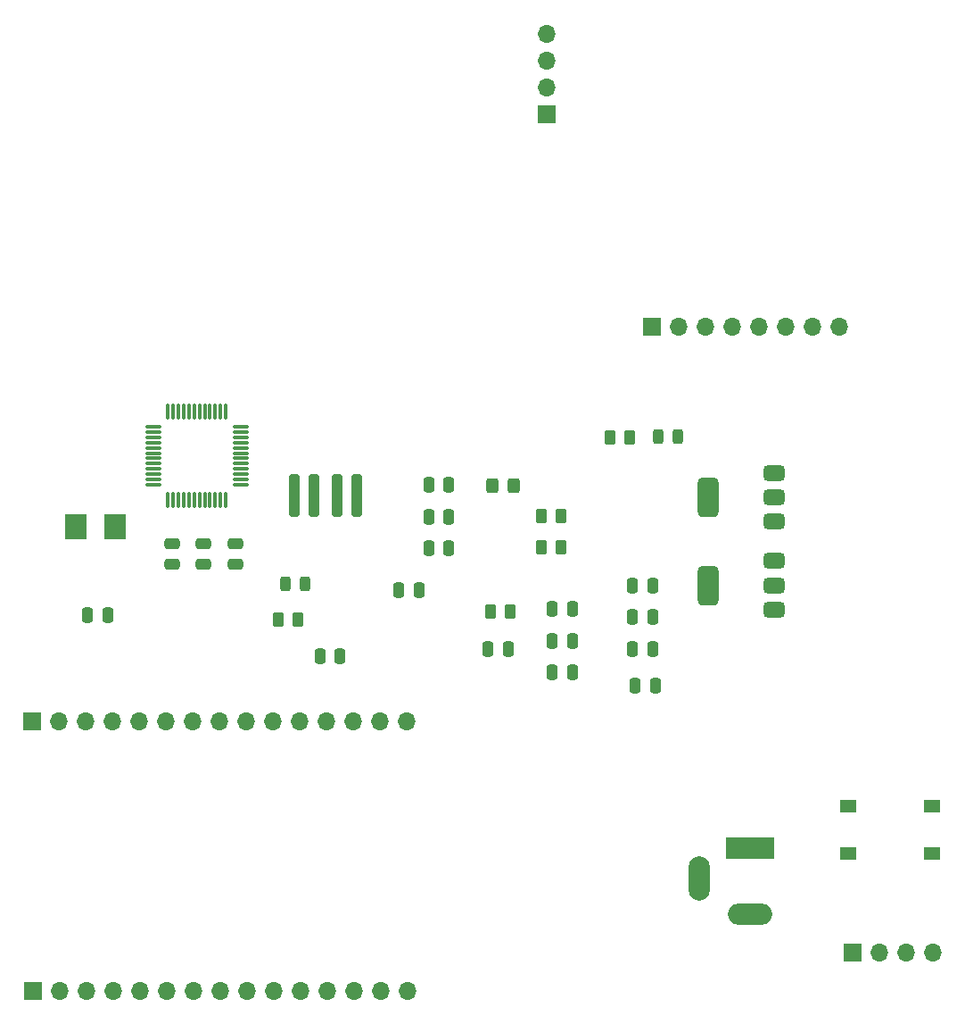
<source format=gbr>
%TF.GenerationSoftware,KiCad,Pcbnew,8.0.1*%
%TF.CreationDate,2024-04-21T10:41:17+07:00*%
%TF.ProjectId,RIFD_Final,52494644-5f46-4696-9e61-6c2e6b696361,rev?*%
%TF.SameCoordinates,Original*%
%TF.FileFunction,Soldermask,Bot*%
%TF.FilePolarity,Negative*%
%FSLAX46Y46*%
G04 Gerber Fmt 4.6, Leading zero omitted, Abs format (unit mm)*
G04 Created by KiCad (PCBNEW 8.0.1) date 2024-04-21 10:41:17*
%MOMM*%
%LPD*%
G01*
G04 APERTURE LIST*
G04 Aperture macros list*
%AMRoundRect*
0 Rectangle with rounded corners*
0 $1 Rounding radius*
0 $2 $3 $4 $5 $6 $7 $8 $9 X,Y pos of 4 corners*
0 Add a 4 corners polygon primitive as box body*
4,1,4,$2,$3,$4,$5,$6,$7,$8,$9,$2,$3,0*
0 Add four circle primitives for the rounded corners*
1,1,$1+$1,$2,$3*
1,1,$1+$1,$4,$5*
1,1,$1+$1,$6,$7*
1,1,$1+$1,$8,$9*
0 Add four rect primitives between the rounded corners*
20,1,$1+$1,$2,$3,$4,$5,0*
20,1,$1+$1,$4,$5,$6,$7,0*
20,1,$1+$1,$6,$7,$8,$9,0*
20,1,$1+$1,$8,$9,$2,$3,0*%
G04 Aperture macros list end*
%ADD10R,1.700000X1.700000*%
%ADD11O,1.700000X1.700000*%
%ADD12RoundRect,0.250000X0.250000X0.475000X-0.250000X0.475000X-0.250000X-0.475000X0.250000X-0.475000X0*%
%ADD13RoundRect,0.075000X0.075000X-0.662500X0.075000X0.662500X-0.075000X0.662500X-0.075000X-0.662500X0*%
%ADD14RoundRect,0.075000X0.662500X-0.075000X0.662500X0.075000X-0.662500X0.075000X-0.662500X-0.075000X0*%
%ADD15RoundRect,0.243750X0.243750X0.456250X-0.243750X0.456250X-0.243750X-0.456250X0.243750X-0.456250X0*%
%ADD16RoundRect,0.375000X0.625000X0.375000X-0.625000X0.375000X-0.625000X-0.375000X0.625000X-0.375000X0*%
%ADD17RoundRect,0.500000X0.500000X1.400000X-0.500000X1.400000X-0.500000X-1.400000X0.500000X-1.400000X0*%
%ADD18RoundRect,0.250000X0.262500X0.450000X-0.262500X0.450000X-0.262500X-0.450000X0.262500X-0.450000X0*%
%ADD19R,4.600000X2.000000*%
%ADD20O,4.200000X2.000000*%
%ADD21O,2.000000X4.200000*%
%ADD22R,2.000000X2.400000*%
%ADD23R,1.550000X1.300000*%
%ADD24RoundRect,0.250000X0.475000X-0.250000X0.475000X0.250000X-0.475000X0.250000X-0.475000X-0.250000X0*%
%ADD25RoundRect,0.250000X0.262500X1.775000X-0.262500X1.775000X-0.262500X-1.775000X0.262500X-1.775000X0*%
%ADD26RoundRect,0.250000X0.325000X0.450000X-0.325000X0.450000X-0.325000X-0.450000X0.325000X-0.450000X0*%
G04 APERTURE END LIST*
D10*
%TO.C,J1*%
X124600000Y-42350000D03*
D11*
X124600000Y-39810000D03*
X124600000Y-37270000D03*
X124600000Y-34730000D03*
%TD*%
D10*
%TO.C,J5*%
X75840000Y-125500000D03*
D11*
X78380000Y-125500000D03*
X80920000Y-125500000D03*
X83460000Y-125500000D03*
X86000000Y-125500000D03*
X88540000Y-125500000D03*
X91080000Y-125500000D03*
X93620000Y-125500000D03*
X96160000Y-125500000D03*
X98700000Y-125500000D03*
X101240000Y-125500000D03*
X103780000Y-125500000D03*
X106320000Y-125500000D03*
X108860000Y-125500000D03*
X111400000Y-125500000D03*
%TD*%
D10*
%TO.C,J4*%
X75760000Y-100000000D03*
D11*
X78300000Y-100000000D03*
X80840000Y-100000000D03*
X83380000Y-100000000D03*
X85920000Y-100000000D03*
X88460000Y-100000000D03*
X91000000Y-100000000D03*
X93540000Y-100000000D03*
X96080000Y-100000000D03*
X98620000Y-100000000D03*
X101160000Y-100000000D03*
X103700000Y-100000000D03*
X106240000Y-100000000D03*
X108780000Y-100000000D03*
X111320000Y-100000000D03*
%TD*%
D10*
%TO.C,J2*%
X134660000Y-62500000D03*
D11*
X137200000Y-62500000D03*
X139740000Y-62500000D03*
X142280000Y-62500000D03*
X144820000Y-62500000D03*
X147360000Y-62500000D03*
X149900000Y-62500000D03*
X152440000Y-62500000D03*
%TD*%
D12*
%TO.C,C2*%
X115355000Y-77535000D03*
X113455000Y-77535000D03*
%TD*%
D13*
%TO.C,U3*%
X94162500Y-78937500D03*
X93662500Y-78937500D03*
X93162500Y-78937500D03*
X92662500Y-78937500D03*
X92162500Y-78937500D03*
X91662500Y-78937500D03*
X91162500Y-78937500D03*
X90662500Y-78937500D03*
X90162500Y-78937500D03*
X89662500Y-78937500D03*
X89162500Y-78937500D03*
X88662500Y-78937500D03*
D14*
X87250000Y-77525000D03*
X87250000Y-77025000D03*
X87250000Y-76525000D03*
X87250000Y-76025000D03*
X87250000Y-75525000D03*
X87250000Y-75025000D03*
X87250000Y-74525000D03*
X87250000Y-74025000D03*
X87250000Y-73525000D03*
X87250000Y-73025000D03*
X87250000Y-72525000D03*
X87250000Y-72025000D03*
D13*
X88662500Y-70612500D03*
X89162500Y-70612500D03*
X89662500Y-70612500D03*
X90162500Y-70612500D03*
X90662500Y-70612500D03*
X91162500Y-70612500D03*
X91662500Y-70612500D03*
X92162500Y-70612500D03*
X92662500Y-70612500D03*
X93162500Y-70612500D03*
X93662500Y-70612500D03*
X94162500Y-70612500D03*
D14*
X95575000Y-72025000D03*
X95575000Y-72525000D03*
X95575000Y-73025000D03*
X95575000Y-73525000D03*
X95575000Y-74025000D03*
X95575000Y-74525000D03*
X95575000Y-75025000D03*
X95575000Y-75525000D03*
X95575000Y-76025000D03*
X95575000Y-76525000D03*
X95575000Y-77025000D03*
X95575000Y-77525000D03*
%TD*%
D12*
%TO.C,C5*%
X112500000Y-87500000D03*
X110600000Y-87500000D03*
%TD*%
D15*
%TO.C,D2*%
X137100000Y-72950000D03*
X135225000Y-72950000D03*
%TD*%
D16*
%TO.C,U1*%
X146225000Y-76425000D03*
X146225000Y-78725000D03*
D17*
X139925000Y-78725000D03*
D16*
X146225000Y-81025000D03*
%TD*%
D12*
%TO.C,C1*%
X134925000Y-96575000D03*
X133025000Y-96575000D03*
%TD*%
%TO.C,C6*%
X127075000Y-92335000D03*
X125175000Y-92335000D03*
%TD*%
%TO.C,C7*%
X127075000Y-95345000D03*
X125175000Y-95345000D03*
%TD*%
D16*
%TO.C,U2*%
X146225000Y-84750000D03*
X146225000Y-87050000D03*
D17*
X139925000Y-87050000D03*
D16*
X146225000Y-89350000D03*
%TD*%
D10*
%TO.C,J6*%
X153680000Y-121900000D03*
D11*
X156220000Y-121900000D03*
X158760000Y-121900000D03*
X161300000Y-121900000D03*
%TD*%
D12*
%TO.C,C7*%
X134675000Y-90075000D03*
X132775000Y-90075000D03*
%TD*%
%TO.C,C5*%
X127075000Y-89325000D03*
X125175000Y-89325000D03*
%TD*%
D18*
%TO.C,R1*%
X125987500Y-80515000D03*
X124162500Y-80515000D03*
%TD*%
D15*
%TO.C,F1*%
X101712500Y-86925000D03*
X99837500Y-86925000D03*
%TD*%
D19*
%TO.C,J3*%
X143900000Y-111950000D03*
D20*
X143900000Y-118250000D03*
D21*
X139100000Y-114850000D03*
%TD*%
D12*
%TO.C,C3*%
X115355000Y-80545000D03*
X113455000Y-80545000D03*
%TD*%
D18*
%TO.C,R6*%
X121160000Y-89520000D03*
X119335000Y-89520000D03*
%TD*%
D22*
%TO.C,Y1*%
X83650000Y-81500000D03*
X79950000Y-81500000D03*
%TD*%
D23*
%TO.C,Button_RS1*%
X161225000Y-108000000D03*
X153275000Y-108000000D03*
X161225000Y-112500000D03*
X153275000Y-112500000D03*
%TD*%
D12*
%TO.C,10u1*%
X82935000Y-89850000D03*
X81035000Y-89850000D03*
%TD*%
%TO.C,C4*%
X115355000Y-83555000D03*
X113455000Y-83555000D03*
%TD*%
%TO.C,C11*%
X105000000Y-93800000D03*
X103100000Y-93800000D03*
%TD*%
D18*
%TO.C,R7*%
X101000000Y-90300000D03*
X99175000Y-90300000D03*
%TD*%
D24*
%TO.C,C9*%
X95075000Y-85025000D03*
X95075000Y-83125000D03*
%TD*%
%TO.C,C12*%
X89055000Y-85025000D03*
X89055000Y-83125000D03*
%TD*%
D25*
%TO.C,R4*%
X106575000Y-78525000D03*
X104700000Y-78525000D03*
%TD*%
D18*
%TO.C,R3*%
X132500000Y-73050000D03*
X130675000Y-73050000D03*
%TD*%
D12*
%TO.C,C8*%
X134675000Y-93085000D03*
X132775000Y-93085000D03*
%TD*%
%TO.C,C8*%
X120975000Y-93125000D03*
X119075000Y-93125000D03*
%TD*%
D26*
%TO.C,D1*%
X121475000Y-77610000D03*
X119425000Y-77610000D03*
%TD*%
D25*
%TO.C,R5*%
X102512500Y-78525000D03*
X100637500Y-78525000D03*
%TD*%
D18*
%TO.C,R2*%
X125987500Y-83465000D03*
X124162500Y-83465000D03*
%TD*%
D24*
%TO.C,C10*%
X92065000Y-85025000D03*
X92065000Y-83125000D03*
%TD*%
D12*
%TO.C,C6*%
X134675000Y-87065000D03*
X132775000Y-87065000D03*
%TD*%
M02*

</source>
